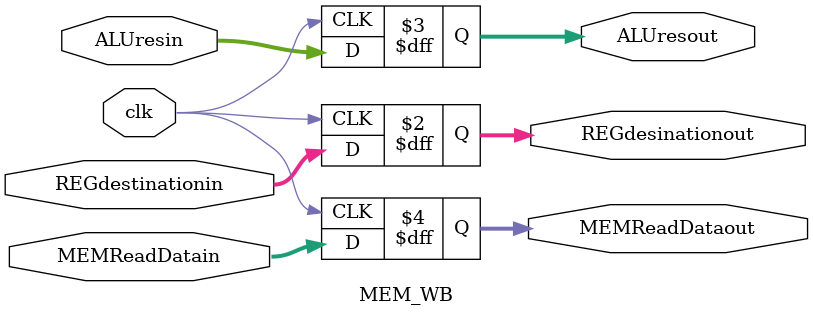
<source format=v>
module IF_ID(clk,INSTRin,PCin,PCout,INSTRout);
input [31:0] INSTRin;
input [31:0] PCin;
input clk;
output reg [31:0] PCout,INSTRout;
always @(posedge clk) begin
PCout<=PCin;
INSTRout<=INSTRin;
end
endmodule

module ID_EX(clk,immpartin,Rd,Rt,ReadData1in,ReadData2in,PCin,immpartout,Rdout,Rtout,ReadData1out,ReadData2out,PCout);
input clk;
input [31:0] PCin,immpartin,ReadData1in,ReadData2in;
input [4:0] Rd,Rt;
output reg [31:0] PCout,immpartout,ReadData1out,ReadData2out;
output reg [4:0] Rdout,Rtout;

always @(posedge clk) begin
PCout<=PCin;
immpartout<=immpartin;
ReadData1out<=ReadData1in;
ReadData2out<=ReadData2in;
Rdout<=Rd;
Rtout<=Rt;
end

endmodule 

module EX_MEM(clk,ADDresin,ALUresin,Zin,ReadData2in,MUXresin,ADDresout,ALUresout,Zout,ReadData2out,MUXresout);
input clk,Zin;
input [31:0] ADDresin,ALUresin,ReadData2in;
input [4:0] MUXresin;
output reg [31:0] ADDresout,ALUresout,ReadData2out;
output reg Zout;
output reg [4:0] MUXresout;

always @(posedge clk) begin
ADDresout<=ADDresin;
ALUresout<=ALUresin;
ReadData2out<=ReadData2in;
MUXresout<=MUXresin;
Zout<=Zin;
end

endmodule 

module MEM_WB(clk,REGdestinationin,ALUresin,MEMReadDatain,REGdesinationout,ALUresout,MEMReadDataout);
input clk;
input [4:0] REGdestinationin;
input [31:0] ALUresin,MEMReadDatain;
output reg [4:0] REGdesinationout;
output reg [31:0] ALUresout,MEMReadDataout;

always @(posedge clk) begin
ALUresout<=ALUresin;
MEMReadDataout<=MEMReadDatain;
REGdesinationout<=REGdestinationin;
end

endmodule 
</source>
